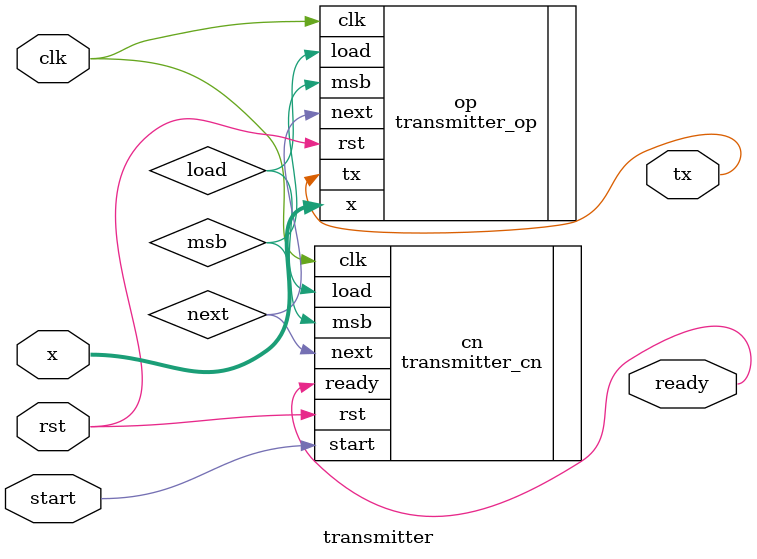
<source format=v>
`timescale 1ns/1ns
module transmitter(
    input [7:0] x,
    input start, clk, rst,
    output tx, ready
);

wire msb, next, load;

transmitter_cn cn(.clk(clk), .rst(rst), .msb(msb), .next(next), .load(load), .ready(ready), .start(start));
transmitter_op op(.clk(clk), .rst(rst), .msb(msb), .next(next), .load(load), .x(x), .tx(tx));

endmodule // transmitter
</source>
